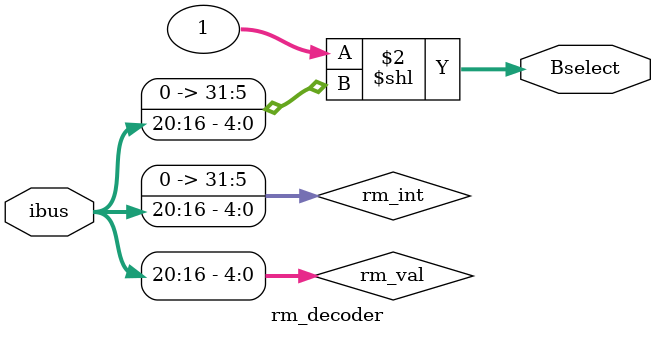
<source format=v>
`timescale 1ns / 1ps


module rm_decoder(ibus, Bselect);
    input[31:0] ibus;
    output[31:0] Bselect;
    
    wire[4:0] rm_val = ibus[20:16];
    integer rm_int;
    
    always@(rm_val) begin
        rm_int = rm_val;
    end
        
    assign Bselect = 32'b1 << rm_int;  
endmodule

</source>
